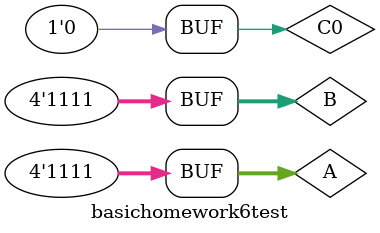
<source format=v>
`timescale 1ns / 1ps


module basichomework6test;

	// Inputs
	reg [3:0] A;
	reg [3:0] B;
	reg C0;

	// Outputs
	wire [3:0] F;
	wire C4;

	// Instantiate the Unit Under Test (UUT)
	basichomework6 uut (
		.A(A), 
		.B(B), 
		.F(F), 
		.C0(C0), 
		.C4(C4)
	);

	initial begin
		// Initialize Inputs
		A = 0;
		B = 0;
		C0 = 0;

		// Wait 100 ns for global reset to finish
		#100;
        
		// Add stimulus here
		#100;
		A=4'b1111;
		B=4'b1111;
		C0=0;
		
	end
      
endmodule


</source>
